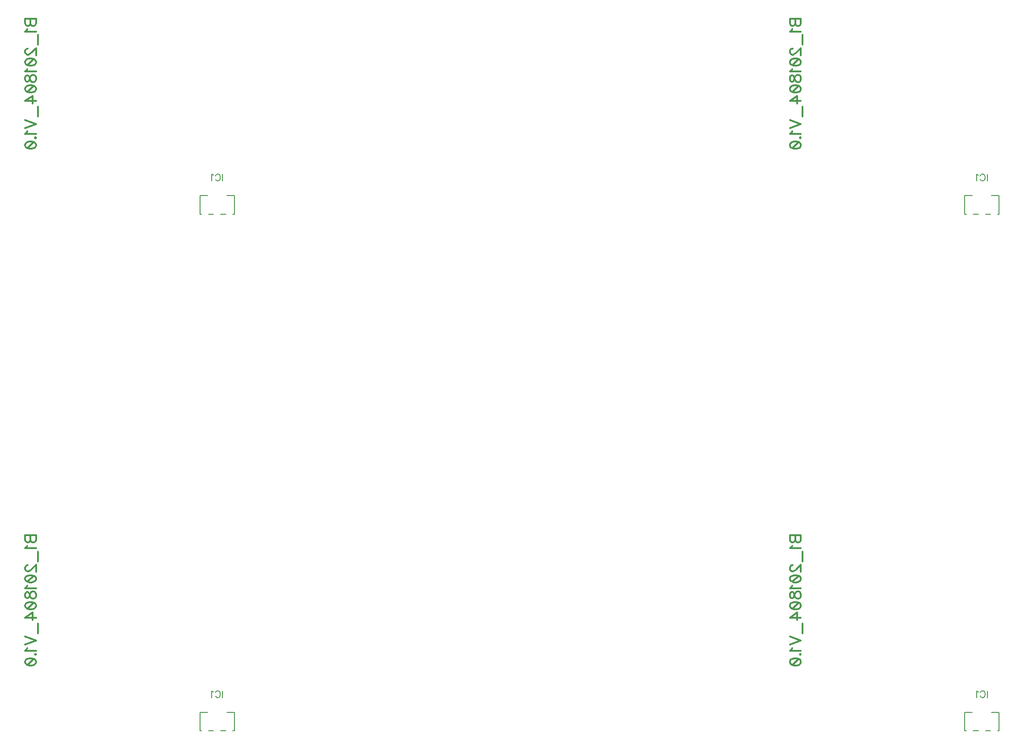
<source format=gbr>
G04 DipTrace 2.4.0.2*
%INBottomSilk.gbr*%
%MOIN*%
%ADD18C,0.006*%
%ADD93C,0.0077*%
%ADD95C,0.0124*%
%FSLAX44Y44*%
G04*
G70*
G90*
G75*
G01*
%LNBotSilk*%
%LPD*%
X35931Y66600D2*
D18*
Y65222D1*
X36045D1*
X36951D2*
X36565D1*
X37856D2*
X37470D1*
X38376D2*
X38490D1*
Y66600D1*
X37923D1*
X36498D2*
X35931D1*
Y28017D2*
Y26639D1*
X36045D1*
X36951D2*
X36565D1*
X37856D2*
X37470D1*
X38376D2*
X38490D1*
Y28017D1*
X37923D1*
X36498D2*
X35931D1*
X93018Y66600D2*
Y65222D1*
X93132D1*
X94038D2*
X93652D1*
X94943D2*
X94557D1*
X95463D2*
X95577D1*
Y66600D1*
X95010D1*
X93585D2*
X93018D1*
Y28017D2*
Y26639D1*
X93132D1*
X94038D2*
X93652D1*
X94943D2*
X94557D1*
X95463D2*
X95577D1*
Y28017D1*
X95010D1*
X93585D2*
X93018D1*
X37604Y68208D2*
D93*
Y67706D1*
X37091Y68089D2*
X37115Y68136D1*
X37163Y68184D1*
X37211Y68208D1*
X37306D1*
X37354Y68184D1*
X37402Y68136D1*
X37426Y68089D1*
X37450Y68017D1*
Y67897D1*
X37426Y67826D1*
X37402Y67778D1*
X37354Y67730D1*
X37306Y67706D1*
X37211D1*
X37163Y67730D1*
X37115Y67778D1*
X37091Y67826D1*
X36937Y68112D2*
X36889Y68136D1*
X36817Y68208D1*
Y67706D1*
X37604Y29626D2*
Y29123D1*
X37091Y29506D2*
X37115Y29554D1*
X37163Y29602D1*
X37211Y29626D1*
X37306D1*
X37354Y29602D1*
X37402Y29554D1*
X37426Y29506D1*
X37450Y29434D1*
Y29314D1*
X37426Y29243D1*
X37402Y29195D1*
X37354Y29147D1*
X37306Y29123D1*
X37211D1*
X37163Y29147D1*
X37115Y29195D1*
X37091Y29243D1*
X36937Y29529D2*
X36889Y29554D1*
X36817Y29625D1*
Y29123D1*
X94691Y68208D2*
Y67706D1*
X94178Y68089D2*
X94202Y68136D1*
X94250Y68184D1*
X94297Y68208D1*
X94393D1*
X94441Y68184D1*
X94488Y68136D1*
X94513Y68089D1*
X94537Y68017D1*
Y67897D1*
X94513Y67826D1*
X94488Y67778D1*
X94441Y67730D1*
X94393Y67706D1*
X94297D1*
X94250Y67730D1*
X94202Y67778D1*
X94178Y67826D1*
X94023Y68112D2*
X93975Y68136D1*
X93904Y68208D1*
Y67706D1*
X94691Y29626D2*
Y29123D1*
X94178Y29506D2*
X94202Y29554D1*
X94250Y29602D1*
X94297Y29626D1*
X94393D1*
X94441Y29602D1*
X94488Y29554D1*
X94513Y29506D1*
X94537Y29434D1*
Y29314D1*
X94513Y29243D1*
X94488Y29195D1*
X94441Y29147D1*
X94393Y29123D1*
X94297D1*
X94250Y29147D1*
X94202Y29195D1*
X94178Y29243D1*
X94023Y29529D2*
X93975Y29554D1*
X93904Y29625D1*
Y29123D1*
X22884Y79819D2*
D95*
X23688D1*
Y79474D1*
X23649Y79359D1*
X23611Y79321D1*
X23535Y79283D1*
X23420D1*
X23343Y79321D1*
X23305Y79359D1*
X23267Y79474D1*
X23228Y79359D1*
X23190Y79321D1*
X23114Y79283D1*
X23037D1*
X22961Y79321D1*
X22922Y79359D1*
X22884Y79474D1*
Y79819D1*
X23267D2*
Y79474D1*
X23038Y79036D2*
X22999Y78959D1*
X22885Y78844D1*
X23688D1*
X23821Y78597D2*
Y77871D1*
X23076Y77585D2*
X23038D1*
X22961Y77547D1*
X22923Y77509D1*
X22885Y77432D1*
Y77279D1*
X22923Y77203D1*
X22961Y77165D1*
X23038Y77126D1*
X23114D1*
X23191Y77165D1*
X23305Y77241D1*
X23688Y77623D1*
Y77088D1*
X22885Y76611D2*
X22923Y76726D1*
X23038Y76803D1*
X23229Y76841D1*
X23344D1*
X23535Y76803D1*
X23650Y76726D1*
X23688Y76611D1*
Y76535D1*
X23650Y76420D1*
X23535Y76344D1*
X23344Y76305D1*
X23229D1*
X23038Y76344D1*
X22923Y76420D1*
X22885Y76535D1*
Y76611D1*
X23038Y76344D2*
X23535Y76803D1*
X23038Y76058D2*
X22999Y75981D1*
X22885Y75866D1*
X23688D1*
X22885Y75428D2*
X22923Y75542D1*
X22999Y75581D1*
X23076D1*
X23152Y75542D1*
X23191Y75466D1*
X23229Y75313D1*
X23267Y75198D1*
X23344Y75122D1*
X23420Y75084D1*
X23535D1*
X23611Y75122D1*
X23650Y75160D1*
X23688Y75275D1*
Y75428D1*
X23650Y75542D1*
X23611Y75581D1*
X23535Y75619D1*
X23420D1*
X23344Y75581D1*
X23267Y75504D1*
X23229Y75390D1*
X23191Y75237D1*
X23152Y75160D1*
X23076Y75122D1*
X22999D1*
X22923Y75160D1*
X22885Y75275D1*
Y75428D1*
Y74607D2*
X22923Y74722D1*
X23038Y74799D1*
X23229Y74837D1*
X23344D1*
X23535Y74799D1*
X23650Y74722D1*
X23688Y74607D1*
Y74531D1*
X23650Y74416D1*
X23535Y74340D1*
X23344Y74301D1*
X23229D1*
X23038Y74340D1*
X22923Y74416D1*
X22885Y74531D1*
Y74607D1*
X23038Y74340D2*
X23535Y74799D1*
X23688Y73671D2*
X22885D1*
X23420Y74054D1*
Y73480D1*
X23821Y73233D2*
Y72506D1*
X22884Y72259D2*
X23688Y71953D1*
X22884Y71647D1*
X23038Y71400D2*
X22999Y71323D1*
X22885Y71208D1*
X23688D1*
X23611Y70923D2*
X23650Y70961D1*
X23688Y70923D1*
X23650Y70884D1*
X23611Y70923D1*
X22885Y70407D2*
X22923Y70522D1*
X23038Y70599D1*
X23229Y70637D1*
X23344D1*
X23535Y70599D1*
X23650Y70522D1*
X23688Y70407D1*
Y70331D1*
X23650Y70216D1*
X23535Y70140D1*
X23344Y70101D1*
X23229D1*
X23038Y70140D1*
X22923Y70216D1*
X22885Y70331D1*
Y70407D1*
X23038Y70140D2*
X23535Y70599D1*
X22884Y41237D2*
X23688D1*
Y40892D1*
X23649Y40777D1*
X23611Y40739D1*
X23535Y40701D1*
X23420D1*
X23343Y40739D1*
X23305Y40777D1*
X23267Y40892D1*
X23228Y40777D1*
X23190Y40739D1*
X23114Y40701D1*
X23037D1*
X22961Y40739D1*
X22922Y40777D1*
X22884Y40892D1*
Y41237D1*
X23267D2*
Y40892D1*
X23038Y40454D2*
X22999Y40377D1*
X22885Y40262D1*
X23688D1*
X23821Y40015D2*
Y39288D1*
X23076Y39002D2*
X23038D1*
X22961Y38964D1*
X22923Y38926D1*
X22885Y38849D1*
Y38696D1*
X22923Y38620D1*
X22961Y38582D1*
X23038Y38543D1*
X23114D1*
X23191Y38582D1*
X23305Y38658D1*
X23688Y39041D1*
Y38505D1*
X22885Y38028D2*
X22923Y38143D1*
X23038Y38220D1*
X23229Y38258D1*
X23344D1*
X23535Y38220D1*
X23650Y38143D1*
X23688Y38028D1*
Y37952D1*
X23650Y37837D1*
X23535Y37761D1*
X23344Y37722D1*
X23229D1*
X23038Y37761D1*
X22923Y37837D1*
X22885Y37952D1*
Y38028D1*
X23038Y37761D2*
X23535Y38220D1*
X23038Y37475D2*
X22999Y37398D1*
X22885Y37283D1*
X23688D1*
X22885Y36845D2*
X22923Y36959D1*
X22999Y36998D1*
X23076D1*
X23152Y36959D1*
X23191Y36883D1*
X23229Y36730D1*
X23267Y36615D1*
X23344Y36539D1*
X23420Y36501D1*
X23535D1*
X23611Y36539D1*
X23650Y36577D1*
X23688Y36692D1*
Y36845D1*
X23650Y36959D1*
X23611Y36998D1*
X23535Y37036D1*
X23420D1*
X23344Y36998D1*
X23267Y36921D1*
X23229Y36807D1*
X23191Y36654D1*
X23152Y36577D1*
X23076Y36539D1*
X22999D1*
X22923Y36577D1*
X22885Y36692D1*
Y36845D1*
Y36024D2*
X22923Y36139D1*
X23038Y36216D1*
X23229Y36254D1*
X23344D1*
X23535Y36216D1*
X23650Y36139D1*
X23688Y36024D1*
Y35948D1*
X23650Y35833D1*
X23535Y35757D1*
X23344Y35718D1*
X23229D1*
X23038Y35757D1*
X22923Y35833D1*
X22885Y35948D1*
Y36024D1*
X23038Y35757D2*
X23535Y36216D1*
X23688Y35088D2*
X22885D1*
X23420Y35471D1*
Y34897D1*
X23821Y34650D2*
Y33923D1*
X22884Y33676D2*
X23688Y33370D1*
X22884Y33064D1*
X23038Y32817D2*
X22999Y32740D1*
X22885Y32625D1*
X23688D1*
X23611Y32340D2*
X23650Y32378D1*
X23688Y32340D1*
X23650Y32301D1*
X23611Y32340D1*
X22885Y31824D2*
X22923Y31939D1*
X23038Y32016D1*
X23229Y32054D1*
X23344D1*
X23535Y32016D1*
X23650Y31939D1*
X23688Y31824D1*
Y31748D1*
X23650Y31633D1*
X23535Y31557D1*
X23344Y31518D1*
X23229D1*
X23038Y31557D1*
X22923Y31633D1*
X22885Y31748D1*
Y31824D1*
X23038Y31557D2*
X23535Y32016D1*
X79971Y79819D2*
X80775D1*
Y79474D1*
X80736Y79359D1*
X80698Y79321D1*
X80622Y79283D1*
X80507D1*
X80430Y79321D1*
X80392Y79359D1*
X80354Y79474D1*
X80315Y79359D1*
X80277Y79321D1*
X80201Y79283D1*
X80124D1*
X80048Y79321D1*
X80009Y79359D1*
X79971Y79474D1*
Y79819D1*
X80354D2*
Y79474D1*
X80125Y79036D2*
X80086Y78959D1*
X79972Y78844D1*
X80775D1*
X80907Y78597D2*
Y77871D1*
X80163Y77585D2*
X80125D1*
X80048Y77547D1*
X80010Y77509D1*
X79972Y77432D1*
Y77279D1*
X80010Y77203D1*
X80048Y77165D1*
X80125Y77126D1*
X80201D1*
X80278Y77165D1*
X80392Y77241D1*
X80775Y77623D1*
Y77088D1*
X79972Y76611D2*
X80010Y76726D1*
X80125Y76803D1*
X80316Y76841D1*
X80431D1*
X80622Y76803D1*
X80737Y76726D1*
X80775Y76611D1*
Y76535D1*
X80737Y76420D1*
X80622Y76344D1*
X80431Y76305D1*
X80316D1*
X80125Y76344D1*
X80010Y76420D1*
X79972Y76535D1*
Y76611D1*
X80125Y76344D2*
X80622Y76803D1*
X80125Y76058D2*
X80086Y75981D1*
X79972Y75866D1*
X80775D1*
X79972Y75428D2*
X80010Y75542D1*
X80086Y75581D1*
X80163D1*
X80239Y75542D1*
X80278Y75466D1*
X80316Y75313D1*
X80354Y75198D1*
X80431Y75122D1*
X80507Y75084D1*
X80622D1*
X80698Y75122D1*
X80737Y75160D1*
X80775Y75275D1*
Y75428D1*
X80737Y75542D1*
X80698Y75581D1*
X80622Y75619D1*
X80507D1*
X80431Y75581D1*
X80354Y75504D1*
X80316Y75390D1*
X80278Y75237D1*
X80239Y75160D1*
X80163Y75122D1*
X80086D1*
X80010Y75160D1*
X79972Y75275D1*
Y75428D1*
Y74607D2*
X80010Y74722D1*
X80125Y74799D1*
X80316Y74837D1*
X80431D1*
X80622Y74799D1*
X80737Y74722D1*
X80775Y74607D1*
Y74531D1*
X80737Y74416D1*
X80622Y74340D1*
X80431Y74301D1*
X80316D1*
X80125Y74340D1*
X80010Y74416D1*
X79972Y74531D1*
Y74607D1*
X80125Y74340D2*
X80622Y74799D1*
X80775Y73671D2*
X79972D1*
X80507Y74054D1*
Y73480D1*
X80907Y73233D2*
Y72506D1*
X79971Y72259D2*
X80775Y71953D1*
X79971Y71647D1*
X80125Y71400D2*
X80086Y71323D1*
X79972Y71208D1*
X80775D1*
X80698Y70923D2*
X80737Y70961D1*
X80775Y70923D1*
X80737Y70884D1*
X80698Y70923D1*
X79972Y70407D2*
X80010Y70522D1*
X80125Y70599D1*
X80316Y70637D1*
X80431D1*
X80622Y70599D1*
X80737Y70522D1*
X80775Y70407D1*
Y70331D1*
X80737Y70216D1*
X80622Y70140D1*
X80431Y70101D1*
X80316D1*
X80125Y70140D1*
X80010Y70216D1*
X79972Y70331D1*
Y70407D1*
X80125Y70140D2*
X80622Y70599D1*
X79971Y41237D2*
X80775D1*
Y40892D1*
X80736Y40777D1*
X80698Y40739D1*
X80622Y40701D1*
X80507D1*
X80430Y40739D1*
X80392Y40777D1*
X80354Y40892D1*
X80315Y40777D1*
X80277Y40739D1*
X80201Y40701D1*
X80124D1*
X80048Y40739D1*
X80009Y40777D1*
X79971Y40892D1*
Y41237D1*
X80354D2*
Y40892D1*
X80125Y40454D2*
X80086Y40377D1*
X79972Y40262D1*
X80775D1*
X80907Y40015D2*
Y39288D1*
X80163Y39002D2*
X80125D1*
X80048Y38964D1*
X80010Y38926D1*
X79972Y38849D1*
Y38696D1*
X80010Y38620D1*
X80048Y38582D1*
X80125Y38543D1*
X80201D1*
X80278Y38582D1*
X80392Y38658D1*
X80775Y39041D1*
Y38505D1*
X79972Y38028D2*
X80010Y38143D1*
X80125Y38220D1*
X80316Y38258D1*
X80431D1*
X80622Y38220D1*
X80737Y38143D1*
X80775Y38028D1*
Y37952D1*
X80737Y37837D1*
X80622Y37761D1*
X80431Y37722D1*
X80316D1*
X80125Y37761D1*
X80010Y37837D1*
X79972Y37952D1*
Y38028D1*
X80125Y37761D2*
X80622Y38220D1*
X80125Y37475D2*
X80086Y37398D1*
X79972Y37283D1*
X80775D1*
X79972Y36845D2*
X80010Y36959D1*
X80086Y36998D1*
X80163D1*
X80239Y36959D1*
X80278Y36883D1*
X80316Y36730D1*
X80354Y36615D1*
X80431Y36539D1*
X80507Y36501D1*
X80622D1*
X80698Y36539D1*
X80737Y36577D1*
X80775Y36692D1*
Y36845D1*
X80737Y36959D1*
X80698Y36998D1*
X80622Y37036D1*
X80507D1*
X80431Y36998D1*
X80354Y36921D1*
X80316Y36807D1*
X80278Y36654D1*
X80239Y36577D1*
X80163Y36539D1*
X80086D1*
X80010Y36577D1*
X79972Y36692D1*
Y36845D1*
Y36024D2*
X80010Y36139D1*
X80125Y36216D1*
X80316Y36254D1*
X80431D1*
X80622Y36216D1*
X80737Y36139D1*
X80775Y36024D1*
Y35948D1*
X80737Y35833D1*
X80622Y35757D1*
X80431Y35718D1*
X80316D1*
X80125Y35757D1*
X80010Y35833D1*
X79972Y35948D1*
Y36024D1*
X80125Y35757D2*
X80622Y36216D1*
X80775Y35088D2*
X79972D1*
X80507Y35471D1*
Y34897D1*
X80907Y34650D2*
Y33923D1*
X79971Y33676D2*
X80775Y33370D1*
X79971Y33064D1*
X80125Y32817D2*
X80086Y32740D1*
X79972Y32625D1*
X80775D1*
X80698Y32340D2*
X80737Y32378D1*
X80775Y32340D1*
X80737Y32301D1*
X80698Y32340D1*
X79972Y31824D2*
X80010Y31939D1*
X80125Y32016D1*
X80316Y32054D1*
X80431D1*
X80622Y32016D1*
X80737Y31939D1*
X80775Y31824D1*
Y31748D1*
X80737Y31633D1*
X80622Y31557D1*
X80431Y31518D1*
X80316D1*
X80125Y31557D1*
X80010Y31633D1*
X79972Y31748D1*
Y31824D1*
X80125Y31557D2*
X80622Y32016D1*
M02*

</source>
